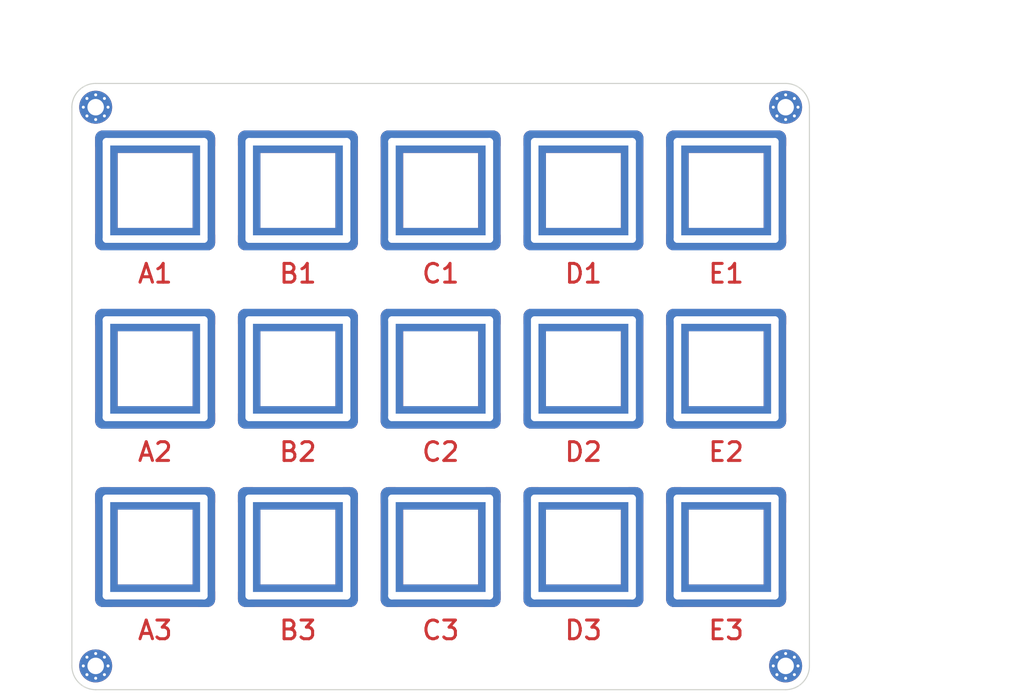
<source format=kicad_pcb>
(kicad_pcb (version 20171130) (host pcbnew "(5.0.2)-1")

  (general
    (thickness 1.6)
    (drawings 42)
    (tracks 0)
    (zones 0)
    (modules 19)
    (nets 1)
  )

  (page A4)
  (layers
    (0 F.Cu signal)
    (31 B.Cu signal)
    (32 B.Adhes user)
    (33 F.Adhes user)
    (34 B.Paste user)
    (35 F.Paste user)
    (36 B.SilkS user)
    (37 F.SilkS user)
    (38 B.Mask user)
    (39 F.Mask user)
    (40 Dwgs.User user)
    (41 Cmts.User user)
    (42 Eco1.User user)
    (43 Eco2.User user)
    (44 Edge.Cuts user)
    (45 Margin user)
    (46 B.CrtYd user)
    (47 F.CrtYd user)
    (48 B.Fab user)
    (49 F.Fab user)
  )

  (setup
    (last_trace_width 0.25)
    (trace_clearance 0.2)
    (zone_clearance 0.508)
    (zone_45_only no)
    (trace_min 0.2)
    (segment_width 0.2)
    (edge_width 0.15)
    (via_size 0.8)
    (via_drill 0.4)
    (via_min_size 0.4)
    (via_min_drill 0.3)
    (uvia_size 0.3)
    (uvia_drill 0.1)
    (uvias_allowed no)
    (uvia_min_size 0.2)
    (uvia_min_drill 0.1)
    (pcb_text_width 0.3)
    (pcb_text_size 1.5 1.5)
    (mod_edge_width 0.15)
    (mod_text_size 1 1)
    (mod_text_width 0.15)
    (pad_size 1.524 1.524)
    (pad_drill 0.762)
    (pad_to_mask_clearance 0.051)
    (solder_mask_min_width 0.25)
    (aux_axis_origin 0 0)
    (visible_elements FFFFFF7F)
    (pcbplotparams
      (layerselection 0x010fc_ffffffff)
      (usegerberextensions false)
      (usegerberattributes false)
      (usegerberadvancedattributes false)
      (creategerberjobfile false)
      (excludeedgelayer true)
      (linewidth 0.100000)
      (plotframeref false)
      (viasonmask false)
      (mode 1)
      (useauxorigin false)
      (hpglpennumber 1)
      (hpglpenspeed 20)
      (hpglpendiameter 15.000000)
      (psnegative false)
      (psa4output false)
      (plotreference true)
      (plotvalue true)
      (plotinvisibletext false)
      (padsonsilk false)
      (subtractmaskfromsilk false)
      (outputformat 1)
      (mirror false)
      (drillshape 1)
      (scaleselection 1)
      (outputdirectory ""))
  )

  (net 0 "")

  (net_class Default "This is the default net class."
    (clearance 0.2)
    (trace_width 0.25)
    (via_dia 0.8)
    (via_drill 0.4)
    (uvia_dia 0.3)
    (uvia_drill 0.1)
  )

  (module locallib:plated-hole (layer F.Cu) (tedit 5CC3D057) (tstamp 5CC3EFE3)
    (at 47.625 47.625)
    (fp_text reference REF** (at 0 8.89) (layer Dwgs.User)
      (effects (font (size 1 1) (thickness 0.15)))
    )
    (fp_text value plated-hole (at 0 -8.636) (layer Dwgs.User)
      (effects (font (size 1 1) (thickness 0.15)))
    )
    (fp_line (start -9.525 9.525) (end -9.525 -9.525) (layer Dwgs.User) (width 0.15))
    (fp_line (start 9.525 9.525) (end -9.525 9.525) (layer Dwgs.User) (width 0.15))
    (fp_line (start 9.525 -9.525) (end 9.525 9.525) (layer Dwgs.User) (width 0.15))
    (fp_line (start -9.525 -9.525) (end 9.525 -9.525) (layer Dwgs.User) (width 0.15))
    (pad "" smd roundrect (at 0 0) (size 16 16) (layers *.Mask) (roundrect_rratio 0.0625))
    (pad "" thru_hole roundrect (at 0 6.5 90) (size 3 16) (drill oval 1 14) (layers *.Cu) (roundrect_rratio 0.3333333333))
    (pad "" thru_hole roundrect (at 0 -6.5 90) (size 3 16) (drill oval 1 14) (layers *.Cu) (roundrect_rratio 0.3333333333))
    (pad "" thru_hole roundrect (at 6.5 0) (size 3 16) (drill oval 1 14) (layers *.Cu) (roundrect_rratio 0.3333333333))
    (pad "" thru_hole roundrect (at -6.5 0) (size 3 16) (drill oval 1 14) (layers *.Cu) (roundrect_rratio 0.3333333333))
  )

  (module locallib:plated-hole (layer F.Cu) (tedit 5CC3D057) (tstamp 5CC3F083)
    (at 66.675 47.625)
    (fp_text reference REF** (at 0 8.89) (layer Dwgs.User)
      (effects (font (size 1 1) (thickness 0.15)))
    )
    (fp_text value plated-hole (at 0 -8.636) (layer Dwgs.User)
      (effects (font (size 1 1) (thickness 0.15)))
    )
    (fp_line (start -9.525 9.525) (end -9.525 -9.525) (layer Dwgs.User) (width 0.15))
    (fp_line (start 9.525 9.525) (end -9.525 9.525) (layer Dwgs.User) (width 0.15))
    (fp_line (start 9.525 -9.525) (end 9.525 9.525) (layer Dwgs.User) (width 0.15))
    (fp_line (start -9.525 -9.525) (end 9.525 -9.525) (layer Dwgs.User) (width 0.15))
    (pad "" smd roundrect (at 0 0) (size 16 16) (layers *.Mask) (roundrect_rratio 0.0625))
    (pad "" thru_hole roundrect (at 0 6.5 90) (size 3 16) (drill oval 1 14) (layers *.Cu) (roundrect_rratio 0.3333333333))
    (pad "" thru_hole roundrect (at 0 -6.5 90) (size 3 16) (drill oval 1 14) (layers *.Cu) (roundrect_rratio 0.3333333333))
    (pad "" thru_hole roundrect (at 6.5 0) (size 3 16) (drill oval 1 14) (layers *.Cu) (roundrect_rratio 0.3333333333))
    (pad "" thru_hole roundrect (at -6.5 0) (size 3 16) (drill oval 1 14) (layers *.Cu) (roundrect_rratio 0.3333333333))
  )

  (module locallib:plated-hole (layer F.Cu) (tedit 5CC3D057) (tstamp 5CC3F123)
    (at 85.725 47.625)
    (fp_text reference REF** (at 0 8.89) (layer Dwgs.User)
      (effects (font (size 1 1) (thickness 0.15)))
    )
    (fp_text value plated-hole (at 0 -8.636) (layer Dwgs.User)
      (effects (font (size 1 1) (thickness 0.15)))
    )
    (fp_line (start -9.525 9.525) (end -9.525 -9.525) (layer Dwgs.User) (width 0.15))
    (fp_line (start 9.525 9.525) (end -9.525 9.525) (layer Dwgs.User) (width 0.15))
    (fp_line (start 9.525 -9.525) (end 9.525 9.525) (layer Dwgs.User) (width 0.15))
    (fp_line (start -9.525 -9.525) (end 9.525 -9.525) (layer Dwgs.User) (width 0.15))
    (pad "" smd roundrect (at 0 0) (size 16 16) (layers *.Mask) (roundrect_rratio 0.0625))
    (pad "" thru_hole roundrect (at 0 6.5 90) (size 3 16) (drill oval 1 14) (layers *.Cu) (roundrect_rratio 0.3333333333))
    (pad "" thru_hole roundrect (at 0 -6.5 90) (size 3 16) (drill oval 1 14) (layers *.Cu) (roundrect_rratio 0.3333333333))
    (pad "" thru_hole roundrect (at 6.5 0) (size 3 16) (drill oval 1 14) (layers *.Cu) (roundrect_rratio 0.3333333333))
    (pad "" thru_hole roundrect (at -6.5 0) (size 3 16) (drill oval 1 14) (layers *.Cu) (roundrect_rratio 0.3333333333))
  )

  (module locallib:plated-hole (layer F.Cu) (tedit 5CC3D057) (tstamp 5CC3F1C3)
    (at 104.775 47.625)
    (fp_text reference REF** (at 0 8.89) (layer Dwgs.User)
      (effects (font (size 1 1) (thickness 0.15)))
    )
    (fp_text value plated-hole (at 0 -8.636) (layer Dwgs.User)
      (effects (font (size 1 1) (thickness 0.15)))
    )
    (fp_line (start -9.525 9.525) (end -9.525 -9.525) (layer Dwgs.User) (width 0.15))
    (fp_line (start 9.525 9.525) (end -9.525 9.525) (layer Dwgs.User) (width 0.15))
    (fp_line (start 9.525 -9.525) (end 9.525 9.525) (layer Dwgs.User) (width 0.15))
    (fp_line (start -9.525 -9.525) (end 9.525 -9.525) (layer Dwgs.User) (width 0.15))
    (pad "" smd roundrect (at 0 0) (size 16 16) (layers *.Mask) (roundrect_rratio 0.0625))
    (pad "" thru_hole roundrect (at 0 6.5 90) (size 3 16) (drill oval 1 14) (layers *.Cu) (roundrect_rratio 0.3333333333))
    (pad "" thru_hole roundrect (at 0 -6.5 90) (size 3 16) (drill oval 1 14) (layers *.Cu) (roundrect_rratio 0.3333333333))
    (pad "" thru_hole roundrect (at 6.5 0) (size 3 16) (drill oval 1 14) (layers *.Cu) (roundrect_rratio 0.3333333333))
    (pad "" thru_hole roundrect (at -6.5 0) (size 3 16) (drill oval 1 14) (layers *.Cu) (roundrect_rratio 0.3333333333))
  )

  (module locallib:plated-hole (layer F.Cu) (tedit 5CC3D057) (tstamp 5CC3F263)
    (at 123.825 47.625)
    (fp_text reference REF** (at 0 8.89) (layer Dwgs.User)
      (effects (font (size 1 1) (thickness 0.15)))
    )
    (fp_text value plated-hole (at 0 -8.636) (layer Dwgs.User)
      (effects (font (size 1 1) (thickness 0.15)))
    )
    (fp_line (start -9.525 9.525) (end -9.525 -9.525) (layer Dwgs.User) (width 0.15))
    (fp_line (start 9.525 9.525) (end -9.525 9.525) (layer Dwgs.User) (width 0.15))
    (fp_line (start 9.525 -9.525) (end 9.525 9.525) (layer Dwgs.User) (width 0.15))
    (fp_line (start -9.525 -9.525) (end 9.525 -9.525) (layer Dwgs.User) (width 0.15))
    (pad "" smd roundrect (at 0 0) (size 16 16) (layers *.Mask) (roundrect_rratio 0.0625))
    (pad "" thru_hole roundrect (at 0 6.5 90) (size 3 16) (drill oval 1 14) (layers *.Cu) (roundrect_rratio 0.3333333333))
    (pad "" thru_hole roundrect (at 0 -6.5 90) (size 3 16) (drill oval 1 14) (layers *.Cu) (roundrect_rratio 0.3333333333))
    (pad "" thru_hole roundrect (at 6.5 0) (size 3 16) (drill oval 1 14) (layers *.Cu) (roundrect_rratio 0.3333333333))
    (pad "" thru_hole roundrect (at -6.5 0) (size 3 16) (drill oval 1 14) (layers *.Cu) (roundrect_rratio 0.3333333333))
  )

  (module locallib:plated-hole (layer F.Cu) (tedit 5CC3D057) (tstamp 5CC3F303)
    (at 123.825 71.4375)
    (fp_text reference REF** (at 0 8.89) (layer Dwgs.User)
      (effects (font (size 1 1) (thickness 0.15)))
    )
    (fp_text value plated-hole (at 0 -8.636) (layer Dwgs.User)
      (effects (font (size 1 1) (thickness 0.15)))
    )
    (fp_line (start -9.525 9.525) (end -9.525 -9.525) (layer Dwgs.User) (width 0.15))
    (fp_line (start 9.525 9.525) (end -9.525 9.525) (layer Dwgs.User) (width 0.15))
    (fp_line (start 9.525 -9.525) (end 9.525 9.525) (layer Dwgs.User) (width 0.15))
    (fp_line (start -9.525 -9.525) (end 9.525 -9.525) (layer Dwgs.User) (width 0.15))
    (pad "" smd roundrect (at 0 0) (size 16 16) (layers *.Mask) (roundrect_rratio 0.0625))
    (pad "" thru_hole roundrect (at 0 6.5 90) (size 3 16) (drill oval 1 14) (layers *.Cu) (roundrect_rratio 0.3333333333))
    (pad "" thru_hole roundrect (at 0 -6.5 90) (size 3 16) (drill oval 1 14) (layers *.Cu) (roundrect_rratio 0.3333333333))
    (pad "" thru_hole roundrect (at 6.5 0) (size 3 16) (drill oval 1 14) (layers *.Cu) (roundrect_rratio 0.3333333333))
    (pad "" thru_hole roundrect (at -6.5 0) (size 3 16) (drill oval 1 14) (layers *.Cu) (roundrect_rratio 0.3333333333))
  )

  (module locallib:plated-hole (layer F.Cu) (tedit 5CC3D057) (tstamp 5CC3F3A3)
    (at 104.775 71.4375)
    (fp_text reference REF** (at 0 8.89) (layer Dwgs.User)
      (effects (font (size 1 1) (thickness 0.15)))
    )
    (fp_text value plated-hole (at 0 -8.636) (layer Dwgs.User)
      (effects (font (size 1 1) (thickness 0.15)))
    )
    (fp_line (start -9.525 9.525) (end -9.525 -9.525) (layer Dwgs.User) (width 0.15))
    (fp_line (start 9.525 9.525) (end -9.525 9.525) (layer Dwgs.User) (width 0.15))
    (fp_line (start 9.525 -9.525) (end 9.525 9.525) (layer Dwgs.User) (width 0.15))
    (fp_line (start -9.525 -9.525) (end 9.525 -9.525) (layer Dwgs.User) (width 0.15))
    (pad "" smd roundrect (at 0 0) (size 16 16) (layers *.Mask) (roundrect_rratio 0.0625))
    (pad "" thru_hole roundrect (at 0 6.5 90) (size 3 16) (drill oval 1 14) (layers *.Cu) (roundrect_rratio 0.3333333333))
    (pad "" thru_hole roundrect (at 0 -6.5 90) (size 3 16) (drill oval 1 14) (layers *.Cu) (roundrect_rratio 0.3333333333))
    (pad "" thru_hole roundrect (at 6.5 0) (size 3 16) (drill oval 1 14) (layers *.Cu) (roundrect_rratio 0.3333333333))
    (pad "" thru_hole roundrect (at -6.5 0) (size 3 16) (drill oval 1 14) (layers *.Cu) (roundrect_rratio 0.3333333333))
  )

  (module locallib:plated-hole (layer F.Cu) (tedit 5CC3D057) (tstamp 5CC3F443)
    (at 85.725 71.4375)
    (fp_text reference REF** (at 0 8.89) (layer Dwgs.User)
      (effects (font (size 1 1) (thickness 0.15)))
    )
    (fp_text value plated-hole (at 0 -8.636) (layer Dwgs.User)
      (effects (font (size 1 1) (thickness 0.15)))
    )
    (fp_line (start -9.525 9.525) (end -9.525 -9.525) (layer Dwgs.User) (width 0.15))
    (fp_line (start 9.525 9.525) (end -9.525 9.525) (layer Dwgs.User) (width 0.15))
    (fp_line (start 9.525 -9.525) (end 9.525 9.525) (layer Dwgs.User) (width 0.15))
    (fp_line (start -9.525 -9.525) (end 9.525 -9.525) (layer Dwgs.User) (width 0.15))
    (pad "" smd roundrect (at 0 0) (size 16 16) (layers *.Mask) (roundrect_rratio 0.0625))
    (pad "" thru_hole roundrect (at 0 6.5 90) (size 3 16) (drill oval 1 14) (layers *.Cu) (roundrect_rratio 0.3333333333))
    (pad "" thru_hole roundrect (at 0 -6.5 90) (size 3 16) (drill oval 1 14) (layers *.Cu) (roundrect_rratio 0.3333333333))
    (pad "" thru_hole roundrect (at 6.5 0) (size 3 16) (drill oval 1 14) (layers *.Cu) (roundrect_rratio 0.3333333333))
    (pad "" thru_hole roundrect (at -6.5 0) (size 3 16) (drill oval 1 14) (layers *.Cu) (roundrect_rratio 0.3333333333))
  )

  (module locallib:plated-hole (layer F.Cu) (tedit 5CC3D057) (tstamp 5CC3F4E3)
    (at 66.675 71.4375)
    (fp_text reference REF** (at 0 8.89) (layer Dwgs.User)
      (effects (font (size 1 1) (thickness 0.15)))
    )
    (fp_text value plated-hole (at 0 -8.636) (layer Dwgs.User)
      (effects (font (size 1 1) (thickness 0.15)))
    )
    (fp_line (start -9.525 9.525) (end -9.525 -9.525) (layer Dwgs.User) (width 0.15))
    (fp_line (start 9.525 9.525) (end -9.525 9.525) (layer Dwgs.User) (width 0.15))
    (fp_line (start 9.525 -9.525) (end 9.525 9.525) (layer Dwgs.User) (width 0.15))
    (fp_line (start -9.525 -9.525) (end 9.525 -9.525) (layer Dwgs.User) (width 0.15))
    (pad "" smd roundrect (at 0 0) (size 16 16) (layers *.Mask) (roundrect_rratio 0.0625))
    (pad "" thru_hole roundrect (at 0 6.5 90) (size 3 16) (drill oval 1 14) (layers *.Cu) (roundrect_rratio 0.3333333333))
    (pad "" thru_hole roundrect (at 0 -6.5 90) (size 3 16) (drill oval 1 14) (layers *.Cu) (roundrect_rratio 0.3333333333))
    (pad "" thru_hole roundrect (at 6.5 0) (size 3 16) (drill oval 1 14) (layers *.Cu) (roundrect_rratio 0.3333333333))
    (pad "" thru_hole roundrect (at -6.5 0) (size 3 16) (drill oval 1 14) (layers *.Cu) (roundrect_rratio 0.3333333333))
  )

  (module locallib:plated-hole (layer F.Cu) (tedit 5CC3D057) (tstamp 5CC3F583)
    (at 47.625 71.4375)
    (fp_text reference REF** (at 0 8.89) (layer Dwgs.User)
      (effects (font (size 1 1) (thickness 0.15)))
    )
    (fp_text value plated-hole (at 0 -8.636) (layer Dwgs.User)
      (effects (font (size 1 1) (thickness 0.15)))
    )
    (fp_line (start -9.525 9.525) (end -9.525 -9.525) (layer Dwgs.User) (width 0.15))
    (fp_line (start 9.525 9.525) (end -9.525 9.525) (layer Dwgs.User) (width 0.15))
    (fp_line (start 9.525 -9.525) (end 9.525 9.525) (layer Dwgs.User) (width 0.15))
    (fp_line (start -9.525 -9.525) (end 9.525 -9.525) (layer Dwgs.User) (width 0.15))
    (pad "" smd roundrect (at 0 0) (size 16 16) (layers *.Mask) (roundrect_rratio 0.0625))
    (pad "" thru_hole roundrect (at 0 6.5 90) (size 3 16) (drill oval 1 14) (layers *.Cu) (roundrect_rratio 0.3333333333))
    (pad "" thru_hole roundrect (at 0 -6.5 90) (size 3 16) (drill oval 1 14) (layers *.Cu) (roundrect_rratio 0.3333333333))
    (pad "" thru_hole roundrect (at 6.5 0) (size 3 16) (drill oval 1 14) (layers *.Cu) (roundrect_rratio 0.3333333333))
    (pad "" thru_hole roundrect (at -6.5 0) (size 3 16) (drill oval 1 14) (layers *.Cu) (roundrect_rratio 0.3333333333))
  )

  (module locallib:plated-hole (layer F.Cu) (tedit 5CC3D057) (tstamp 5CC3F687)
    (at 123.825 95.25)
    (fp_text reference REF** (at 0 8.89) (layer Dwgs.User)
      (effects (font (size 1 1) (thickness 0.15)))
    )
    (fp_text value plated-hole (at 0 -8.636) (layer Dwgs.User)
      (effects (font (size 1 1) (thickness 0.15)))
    )
    (fp_line (start -9.525 9.525) (end -9.525 -9.525) (layer Dwgs.User) (width 0.15))
    (fp_line (start 9.525 9.525) (end -9.525 9.525) (layer Dwgs.User) (width 0.15))
    (fp_line (start 9.525 -9.525) (end 9.525 9.525) (layer Dwgs.User) (width 0.15))
    (fp_line (start -9.525 -9.525) (end 9.525 -9.525) (layer Dwgs.User) (width 0.15))
    (pad "" smd roundrect (at 0 0) (size 16 16) (layers *.Mask) (roundrect_rratio 0.0625))
    (pad "" thru_hole roundrect (at 0 6.5 90) (size 3 16) (drill oval 1 14) (layers *.Cu) (roundrect_rratio 0.3333333333))
    (pad "" thru_hole roundrect (at 0 -6.5 90) (size 3 16) (drill oval 1 14) (layers *.Cu) (roundrect_rratio 0.3333333333))
    (pad "" thru_hole roundrect (at 6.5 0) (size 3 16) (drill oval 1 14) (layers *.Cu) (roundrect_rratio 0.3333333333))
    (pad "" thru_hole roundrect (at -6.5 0) (size 3 16) (drill oval 1 14) (layers *.Cu) (roundrect_rratio 0.3333333333))
  )

  (module locallib:plated-hole (layer F.Cu) (tedit 5CC3D057) (tstamp 5CC3F727)
    (at 104.775 95.25)
    (fp_text reference REF** (at 0 8.89) (layer Dwgs.User)
      (effects (font (size 1 1) (thickness 0.15)))
    )
    (fp_text value plated-hole (at 0 -8.636) (layer Dwgs.User)
      (effects (font (size 1 1) (thickness 0.15)))
    )
    (fp_line (start -9.525 9.525) (end -9.525 -9.525) (layer Dwgs.User) (width 0.15))
    (fp_line (start 9.525 9.525) (end -9.525 9.525) (layer Dwgs.User) (width 0.15))
    (fp_line (start 9.525 -9.525) (end 9.525 9.525) (layer Dwgs.User) (width 0.15))
    (fp_line (start -9.525 -9.525) (end 9.525 -9.525) (layer Dwgs.User) (width 0.15))
    (pad "" smd roundrect (at 0 0) (size 16 16) (layers *.Mask) (roundrect_rratio 0.0625))
    (pad "" thru_hole roundrect (at 0 6.5 90) (size 3 16) (drill oval 1 14) (layers *.Cu) (roundrect_rratio 0.3333333333))
    (pad "" thru_hole roundrect (at 0 -6.5 90) (size 3 16) (drill oval 1 14) (layers *.Cu) (roundrect_rratio 0.3333333333))
    (pad "" thru_hole roundrect (at 6.5 0) (size 3 16) (drill oval 1 14) (layers *.Cu) (roundrect_rratio 0.3333333333))
    (pad "" thru_hole roundrect (at -6.5 0) (size 3 16) (drill oval 1 14) (layers *.Cu) (roundrect_rratio 0.3333333333))
  )

  (module locallib:plated-hole (layer F.Cu) (tedit 5CC3D057) (tstamp 5CC3F7C7)
    (at 85.725 95.25)
    (fp_text reference REF** (at 0 8.89) (layer Dwgs.User)
      (effects (font (size 1 1) (thickness 0.15)))
    )
    (fp_text value plated-hole (at 0 -8.636) (layer Dwgs.User)
      (effects (font (size 1 1) (thickness 0.15)))
    )
    (fp_line (start -9.525 9.525) (end -9.525 -9.525) (layer Dwgs.User) (width 0.15))
    (fp_line (start 9.525 9.525) (end -9.525 9.525) (layer Dwgs.User) (width 0.15))
    (fp_line (start 9.525 -9.525) (end 9.525 9.525) (layer Dwgs.User) (width 0.15))
    (fp_line (start -9.525 -9.525) (end 9.525 -9.525) (layer Dwgs.User) (width 0.15))
    (pad "" smd roundrect (at 0 0) (size 16 16) (layers *.Mask) (roundrect_rratio 0.0625))
    (pad "" thru_hole roundrect (at 0 6.5 90) (size 3 16) (drill oval 1 14) (layers *.Cu) (roundrect_rratio 0.3333333333))
    (pad "" thru_hole roundrect (at 0 -6.5 90) (size 3 16) (drill oval 1 14) (layers *.Cu) (roundrect_rratio 0.3333333333))
    (pad "" thru_hole roundrect (at 6.5 0) (size 3 16) (drill oval 1 14) (layers *.Cu) (roundrect_rratio 0.3333333333))
    (pad "" thru_hole roundrect (at -6.5 0) (size 3 16) (drill oval 1 14) (layers *.Cu) (roundrect_rratio 0.3333333333))
  )

  (module locallib:plated-hole (layer F.Cu) (tedit 5CC3D057) (tstamp 5CC3F867)
    (at 66.675 95.25)
    (fp_text reference REF** (at 0 8.89) (layer Dwgs.User)
      (effects (font (size 1 1) (thickness 0.15)))
    )
    (fp_text value plated-hole (at 0 -8.636) (layer Dwgs.User)
      (effects (font (size 1 1) (thickness 0.15)))
    )
    (fp_line (start -9.525 9.525) (end -9.525 -9.525) (layer Dwgs.User) (width 0.15))
    (fp_line (start 9.525 9.525) (end -9.525 9.525) (layer Dwgs.User) (width 0.15))
    (fp_line (start 9.525 -9.525) (end 9.525 9.525) (layer Dwgs.User) (width 0.15))
    (fp_line (start -9.525 -9.525) (end 9.525 -9.525) (layer Dwgs.User) (width 0.15))
    (pad "" smd roundrect (at 0 0) (size 16 16) (layers *.Mask) (roundrect_rratio 0.0625))
    (pad "" thru_hole roundrect (at 0 6.5 90) (size 3 16) (drill oval 1 14) (layers *.Cu) (roundrect_rratio 0.3333333333))
    (pad "" thru_hole roundrect (at 0 -6.5 90) (size 3 16) (drill oval 1 14) (layers *.Cu) (roundrect_rratio 0.3333333333))
    (pad "" thru_hole roundrect (at 6.5 0) (size 3 16) (drill oval 1 14) (layers *.Cu) (roundrect_rratio 0.3333333333))
    (pad "" thru_hole roundrect (at -6.5 0) (size 3 16) (drill oval 1 14) (layers *.Cu) (roundrect_rratio 0.3333333333))
  )

  (module locallib:plated-hole (layer F.Cu) (tedit 5CC3D057) (tstamp 5CC3F907)
    (at 47.625 95.25)
    (fp_text reference REF** (at 0 8.89) (layer Dwgs.User)
      (effects (font (size 1 1) (thickness 0.15)))
    )
    (fp_text value plated-hole (at 0 -8.636) (layer Dwgs.User)
      (effects (font (size 1 1) (thickness 0.15)))
    )
    (fp_line (start -9.525 9.525) (end -9.525 -9.525) (layer Dwgs.User) (width 0.15))
    (fp_line (start 9.525 9.525) (end -9.525 9.525) (layer Dwgs.User) (width 0.15))
    (fp_line (start 9.525 -9.525) (end 9.525 9.525) (layer Dwgs.User) (width 0.15))
    (fp_line (start -9.525 -9.525) (end 9.525 -9.525) (layer Dwgs.User) (width 0.15))
    (pad "" smd roundrect (at 0 0) (size 16 16) (layers *.Mask) (roundrect_rratio 0.0625))
    (pad "" thru_hole roundrect (at 0 6.5 90) (size 3 16) (drill oval 1 14) (layers *.Cu) (roundrect_rratio 0.3333333333))
    (pad "" thru_hole roundrect (at 0 -6.5 90) (size 3 16) (drill oval 1 14) (layers *.Cu) (roundrect_rratio 0.3333333333))
    (pad "" thru_hole roundrect (at 6.5 0) (size 3 16) (drill oval 1 14) (layers *.Cu) (roundrect_rratio 0.3333333333))
    (pad "" thru_hole roundrect (at -6.5 0) (size 3 16) (drill oval 1 14) (layers *.Cu) (roundrect_rratio 0.3333333333))
  )

  (module Mounting_Holes:MountingHole_2.2mm_M2_Pad_Via (layer F.Cu) (tedit 5CC3D17F) (tstamp 5CC3FA42)
    (at 39.6875 36.5125)
    (descr "Mounting Hole 2.2mm, M2")
    (tags "mounting hole 2.2mm m2")
    (attr virtual)
    (fp_text reference REF** (at 0 -3.2) (layer Dwgs.User)
      (effects (font (size 1 1) (thickness 0.15)))
    )
    (fp_text value MountingHole_2.2mm_M2_Pad_Via (at 0 3.2) (layer F.Fab)
      (effects (font (size 1 1) (thickness 0.15)))
    )
    (fp_text user %R (at 0.3 0) (layer F.Fab)
      (effects (font (size 1 1) (thickness 0.15)))
    )
    (fp_circle (center 0 0) (end 2.2 0) (layer Cmts.User) (width 0.15))
    (fp_circle (center 0 0) (end 2.45 0) (layer F.CrtYd) (width 0.05))
    (pad 1 thru_hole circle (at 0 0) (size 4.4 4.4) (drill 2.2) (layers *.Cu *.Mask))
    (pad 1 thru_hole circle (at 1.65 0) (size 0.7 0.7) (drill 0.4) (layers *.Cu *.Mask))
    (pad 1 thru_hole circle (at 1.166726 1.166726) (size 0.7 0.7) (drill 0.4) (layers *.Cu *.Mask))
    (pad 1 thru_hole circle (at 0 1.65) (size 0.7 0.7) (drill 0.4) (layers *.Cu *.Mask))
    (pad 1 thru_hole circle (at -1.166726 1.166726) (size 0.7 0.7) (drill 0.4) (layers *.Cu *.Mask))
    (pad 1 thru_hole circle (at -1.65 0) (size 0.7 0.7) (drill 0.4) (layers *.Cu *.Mask))
    (pad 1 thru_hole circle (at -1.166726 -1.166726) (size 0.7 0.7) (drill 0.4) (layers *.Cu *.Mask))
    (pad 1 thru_hole circle (at 0 -1.65) (size 0.7 0.7) (drill 0.4) (layers *.Cu *.Mask))
    (pad 1 thru_hole circle (at 1.166726 -1.166726) (size 0.7 0.7) (drill 0.4) (layers *.Cu *.Mask))
  )

  (module Mounting_Holes:MountingHole_2.2mm_M2_Pad_Via (layer F.Cu) (tedit 5CC3D179) (tstamp 5CC3FADA)
    (at 131.7625 36.5125)
    (descr "Mounting Hole 2.2mm, M2")
    (tags "mounting hole 2.2mm m2")
    (attr virtual)
    (fp_text reference REF** (at 0 -3.2) (layer Dwgs.User)
      (effects (font (size 1 1) (thickness 0.15)))
    )
    (fp_text value MountingHole_2.2mm_M2_Pad_Via (at 0 3.2) (layer F.Fab)
      (effects (font (size 1 1) (thickness 0.15)))
    )
    (fp_text user %R (at 0.3 0) (layer F.Fab)
      (effects (font (size 1 1) (thickness 0.15)))
    )
    (fp_circle (center 0 0) (end 2.2 0) (layer Cmts.User) (width 0.15))
    (fp_circle (center 0 0) (end 2.45 0) (layer F.CrtYd) (width 0.05))
    (pad 1 thru_hole circle (at 0 0) (size 4.4 4.4) (drill 2.2) (layers *.Cu *.Mask))
    (pad 1 thru_hole circle (at 1.65 0) (size 0.7 0.7) (drill 0.4) (layers *.Cu *.Mask))
    (pad 1 thru_hole circle (at 1.166726 1.166726) (size 0.7 0.7) (drill 0.4) (layers *.Cu *.Mask))
    (pad 1 thru_hole circle (at 0 1.65) (size 0.7 0.7) (drill 0.4) (layers *.Cu *.Mask))
    (pad 1 thru_hole circle (at -1.166726 1.166726) (size 0.7 0.7) (drill 0.4) (layers *.Cu *.Mask))
    (pad 1 thru_hole circle (at -1.65 0) (size 0.7 0.7) (drill 0.4) (layers *.Cu *.Mask))
    (pad 1 thru_hole circle (at -1.166726 -1.166726) (size 0.7 0.7) (drill 0.4) (layers *.Cu *.Mask))
    (pad 1 thru_hole circle (at 0 -1.65) (size 0.7 0.7) (drill 0.4) (layers *.Cu *.Mask))
    (pad 1 thru_hole circle (at 1.166726 -1.166726) (size 0.7 0.7) (drill 0.4) (layers *.Cu *.Mask))
  )

  (module Mounting_Holes:MountingHole_2.2mm_M2_Pad_Via (layer F.Cu) (tedit 5CC3D187) (tstamp 5CC3FB72)
    (at 131.7625 111.125)
    (descr "Mounting Hole 2.2mm, M2")
    (tags "mounting hole 2.2mm m2")
    (attr virtual)
    (fp_text reference REF** (at 0 -3.2) (layer Dwgs.User)
      (effects (font (size 1 1) (thickness 0.15)))
    )
    (fp_text value MountingHole_2.2mm_M2_Pad_Via (at 0 3.2) (layer F.Fab)
      (effects (font (size 1 1) (thickness 0.15)))
    )
    (fp_text user %R (at 0.3 0) (layer F.Fab)
      (effects (font (size 1 1) (thickness 0.15)))
    )
    (fp_circle (center 0 0) (end 2.2 0) (layer Cmts.User) (width 0.15))
    (fp_circle (center 0 0) (end 2.45 0) (layer F.CrtYd) (width 0.05))
    (pad 1 thru_hole circle (at 0 0) (size 4.4 4.4) (drill 2.2) (layers *.Cu *.Mask))
    (pad 1 thru_hole circle (at 1.65 0) (size 0.7 0.7) (drill 0.4) (layers *.Cu *.Mask))
    (pad 1 thru_hole circle (at 1.166726 1.166726) (size 0.7 0.7) (drill 0.4) (layers *.Cu *.Mask))
    (pad 1 thru_hole circle (at 0 1.65) (size 0.7 0.7) (drill 0.4) (layers *.Cu *.Mask))
    (pad 1 thru_hole circle (at -1.166726 1.166726) (size 0.7 0.7) (drill 0.4) (layers *.Cu *.Mask))
    (pad 1 thru_hole circle (at -1.65 0) (size 0.7 0.7) (drill 0.4) (layers *.Cu *.Mask))
    (pad 1 thru_hole circle (at -1.166726 -1.166726) (size 0.7 0.7) (drill 0.4) (layers *.Cu *.Mask))
    (pad 1 thru_hole circle (at 0 -1.65) (size 0.7 0.7) (drill 0.4) (layers *.Cu *.Mask))
    (pad 1 thru_hole circle (at 1.166726 -1.166726) (size 0.7 0.7) (drill 0.4) (layers *.Cu *.Mask))
  )

  (module Mounting_Holes:MountingHole_2.2mm_M2_Pad_Via (layer F.Cu) (tedit 5CC3D183) (tstamp 5CC3FC1B)
    (at 39.6875 111.125)
    (descr "Mounting Hole 2.2mm, M2")
    (tags "mounting hole 2.2mm m2")
    (attr virtual)
    (fp_text reference REF** (at 0 -3.2) (layer Dwgs.User)
      (effects (font (size 1 1) (thickness 0.15)))
    )
    (fp_text value MountingHole_2.2mm_M2_Pad_Via (at 0 3.2) (layer F.Fab)
      (effects (font (size 1 1) (thickness 0.15)))
    )
    (fp_text user %R (at 0.3 0) (layer F.Fab)
      (effects (font (size 1 1) (thickness 0.15)))
    )
    (fp_circle (center 0 0) (end 2.2 0) (layer Cmts.User) (width 0.15))
    (fp_circle (center 0 0) (end 2.45 0) (layer F.CrtYd) (width 0.05))
    (pad 1 thru_hole circle (at 0 0) (size 4.4 4.4) (drill 2.2) (layers *.Cu *.Mask))
    (pad 1 thru_hole circle (at 1.65 0) (size 0.7 0.7) (drill 0.4) (layers *.Cu *.Mask))
    (pad 1 thru_hole circle (at 1.166726 1.166726) (size 0.7 0.7) (drill 0.4) (layers *.Cu *.Mask))
    (pad 1 thru_hole circle (at 0 1.65) (size 0.7 0.7) (drill 0.4) (layers *.Cu *.Mask))
    (pad 1 thru_hole circle (at -1.166726 1.166726) (size 0.7 0.7) (drill 0.4) (layers *.Cu *.Mask))
    (pad 1 thru_hole circle (at -1.65 0) (size 0.7 0.7) (drill 0.4) (layers *.Cu *.Mask))
    (pad 1 thru_hole circle (at -1.166726 -1.166726) (size 0.7 0.7) (drill 0.4) (layers *.Cu *.Mask))
    (pad 1 thru_hole circle (at 0 -1.65) (size 0.7 0.7) (drill 0.4) (layers *.Cu *.Mask))
    (pad 1 thru_hole circle (at 1.166726 -1.166726) (size 0.7 0.7) (drill 0.4) (layers *.Cu *.Mask))
  )

  (gr_text E3 (at 123.825 106.3625) (layer F.Mask)
    (effects (font (size 2.5 2.5) (thickness 0.4)))
  )
  (gr_text D3 (at 104.775 106.3625) (layer F.Mask)
    (effects (font (size 2.5 2.5) (thickness 0.4)))
  )
  (gr_text C3 (at 85.725 106.3625) (layer F.Mask)
    (effects (font (size 2.5 2.5) (thickness 0.4)))
  )
  (gr_text B3 (at 66.675 106.3625) (layer F.Mask)
    (effects (font (size 2.5 2.5) (thickness 0.4)))
  )
  (gr_text A3 (at 47.625 106.3625) (layer F.Mask)
    (effects (font (size 2.5 2.5) (thickness 0.4)))
  )
  (gr_text E2 (at 123.825 82.55) (layer F.Mask)
    (effects (font (size 2.5 2.5) (thickness 0.4)))
  )
  (gr_text D2 (at 104.775 82.55) (layer F.Mask)
    (effects (font (size 2.5 2.5) (thickness 0.4)))
  )
  (gr_text C2 (at 85.725 82.55) (layer F.Mask)
    (effects (font (size 2.5 2.5) (thickness 0.4)))
  )
  (gr_text B2 (at 66.675 82.55) (layer F.Mask)
    (effects (font (size 2.5 2.5) (thickness 0.4)))
  )
  (gr_text A2 (at 47.625 82.55) (layer F.Mask)
    (effects (font (size 2.5 2.5) (thickness 0.4)))
  )
  (gr_text E1 (at 123.825 58.7375) (layer F.Mask)
    (effects (font (size 2.5 2.5) (thickness 0.4)))
  )
  (gr_text D1 (at 104.775 58.7375) (layer F.Mask)
    (effects (font (size 2.5 2.5) (thickness 0.4)))
  )
  (gr_text C1 (at 85.725 58.7375) (layer F.Mask)
    (effects (font (size 2.5 2.5) (thickness 0.4)))
  )
  (gr_text B1 (at 66.675 58.7375) (layer F.Mask)
    (effects (font (size 2.5 2.5) (thickness 0.4)))
  )
  (gr_text A1 (at 47.625 58.7375) (layer F.Mask)
    (effects (font (size 2.5 2.5) (thickness 0.4)))
  )
  (gr_text E3 (at 123.825 106.3625) (layer F.Cu)
    (effects (font (size 2.5 2.5) (thickness 0.4)))
  )
  (gr_text D3 (at 104.775 106.3625) (layer F.Cu)
    (effects (font (size 2.5 2.5) (thickness 0.4)))
  )
  (gr_text C3 (at 85.725 106.3625) (layer F.Cu)
    (effects (font (size 2.5 2.5) (thickness 0.4)))
  )
  (gr_text B3 (at 66.675 106.3625) (layer F.Cu)
    (effects (font (size 2.5 2.5) (thickness 0.4)))
  )
  (gr_text A3 (at 47.625 106.3625) (layer F.Cu)
    (effects (font (size 2.5 2.5) (thickness 0.4)))
  )
  (gr_text E2 (at 123.825 82.55) (layer F.Cu)
    (effects (font (size 2.5 2.5) (thickness 0.4)))
  )
  (gr_text D2 (at 104.775 82.55) (layer F.Cu)
    (effects (font (size 2.5 2.5) (thickness 0.4)))
  )
  (gr_text C2 (at 85.725 82.55) (layer F.Cu)
    (effects (font (size 2.5 2.5) (thickness 0.4)))
  )
  (gr_text B2 (at 66.675 82.55) (layer F.Cu)
    (effects (font (size 2.5 2.5) (thickness 0.4)))
  )
  (gr_text A2 (at 47.625 82.55) (layer F.Cu)
    (effects (font (size 2.5 2.5) (thickness 0.4)))
  )
  (gr_text E1 (at 123.825 58.7375) (layer F.Cu)
    (effects (font (size 2.5 2.5) (thickness 0.4)))
  )
  (gr_text D1 (at 104.775 58.7375) (layer F.Cu)
    (effects (font (size 2.5 2.5) (thickness 0.4)))
  )
  (gr_text C1 (at 85.725 58.7375) (layer F.Cu)
    (effects (font (size 2.5 2.5) (thickness 0.4)))
  )
  (gr_text B1 (at 66.675 58.7375) (layer F.Cu)
    (effects (font (size 2.5 2.5) (thickness 0.4)))
  )
  (gr_text A1 (at 47.625 58.7375) (layer F.Cu)
    (effects (font (size 2.5 2.5) (thickness 0.4)))
  )
  (gr_line (start 36.5125 36.5125) (end 36.5125 111.125) (layer Edge.Cuts) (width 0.15))
  (gr_line (start 39.6875 33.3375) (end 131.7625 33.3375) (layer Edge.Cuts) (width 0.15))
  (gr_line (start 134.9375 111.125) (end 134.9375 36.5125) (layer Edge.Cuts) (width 0.15))
  (gr_line (start 39.6875 114.3) (end 131.7625 114.3) (layer Edge.Cuts) (width 0.15))
  (gr_arc (start 39.6875 111.125) (end 36.5125 111.125) (angle -90) (layer Edge.Cuts) (width 0.15))
  (gr_arc (start 131.7625 111.125) (end 131.7625 114.3) (angle -90) (layer Edge.Cuts) (width 0.15))
  (gr_arc (start 131.7625 36.5125) (end 134.9375 36.5125) (angle -90) (layer Edge.Cuts) (width 0.15))
  (gr_arc (start 39.6875 36.5125) (end 39.6875 33.3375) (angle -90) (layer Edge.Cuts) (width 0.15))
  (dimension 98.425 (width 0.3) (layer Dwgs.User)
    (gr_text "98.425 mm" (at 85.725 23.3) (layer Dwgs.User)
      (effects (font (size 1.5 1.5) (thickness 0.3)))
    )
    (feature1 (pts (xy 36.5125 36.5125) (xy 36.5125 24.813579)))
    (feature2 (pts (xy 134.9375 36.5125) (xy 134.9375 24.813579)))
    (crossbar (pts (xy 134.9375 25.4) (xy 36.5125 25.4)))
    (arrow1a (pts (xy 36.5125 25.4) (xy 37.639004 24.813579)))
    (arrow1b (pts (xy 36.5125 25.4) (xy 37.639004 25.986421)))
    (arrow2a (pts (xy 134.9375 25.4) (xy 133.810996 24.813579)))
    (arrow2b (pts (xy 134.9375 25.4) (xy 133.810996 25.986421)))
  )
  (dimension 4.7625 (width 0.3) (layer Dwgs.User)
    (gr_text "4.763 mm" (at 156.0875 83.34375 270) (layer Dwgs.User)
      (effects (font (size 1.5 1.5) (thickness 0.3)))
    )
    (feature1 (pts (xy 133.35 85.725) (xy 154.573921 85.725)))
    (feature2 (pts (xy 133.35 80.9625) (xy 154.573921 80.9625)))
    (crossbar (pts (xy 153.9875 80.9625) (xy 153.9875 85.725)))
    (arrow1a (pts (xy 153.9875 85.725) (xy 153.401079 84.598496)))
    (arrow1b (pts (xy 153.9875 85.725) (xy 154.573921 84.598496)))
    (arrow2a (pts (xy 153.9875 80.9625) (xy 153.401079 82.089004)))
    (arrow2b (pts (xy 153.9875 80.9625) (xy 154.573921 82.089004)))
  )
  (dimension 4.7625 (width 0.3) (layer Dwgs.User)
    (gr_text "4.763 mm" (at 161.64375 59.53125 270) (layer Dwgs.User)
      (effects (font (size 1.5 1.5) (thickness 0.3)))
    )
    (feature1 (pts (xy 133.35 61.9125) (xy 160.130171 61.9125)))
    (feature2 (pts (xy 133.35 57.15) (xy 160.130171 57.15)))
    (crossbar (pts (xy 159.54375 57.15) (xy 159.54375 61.9125)))
    (arrow1a (pts (xy 159.54375 61.9125) (xy 158.957329 60.785996)))
    (arrow1b (pts (xy 159.54375 61.9125) (xy 160.130171 60.785996)))
    (arrow2a (pts (xy 159.54375 57.15) (xy 158.957329 58.276504)))
    (arrow2b (pts (xy 159.54375 57.15) (xy 160.130171 58.276504)))
  )
  (dimension 19.05 (width 0.3) (layer Dwgs.User)
    (gr_text "19.050 mm" (at 151.325 47.625 90) (layer Dwgs.User)
      (effects (font (size 1.5 1.5) (thickness 0.3)))
    )
    (feature1 (pts (xy 133.35 38.1) (xy 149.811421 38.1)))
    (feature2 (pts (xy 133.35 57.15) (xy 149.811421 57.15)))
    (crossbar (pts (xy 149.225 57.15) (xy 149.225 38.1)))
    (arrow1a (pts (xy 149.225 38.1) (xy 149.811421 39.226504)))
    (arrow1b (pts (xy 149.225 38.1) (xy 148.638579 39.226504)))
    (arrow2a (pts (xy 149.225 57.15) (xy 149.811421 56.023496)))
    (arrow2b (pts (xy 149.225 57.15) (xy 148.638579 56.023496)))
  )

)

</source>
